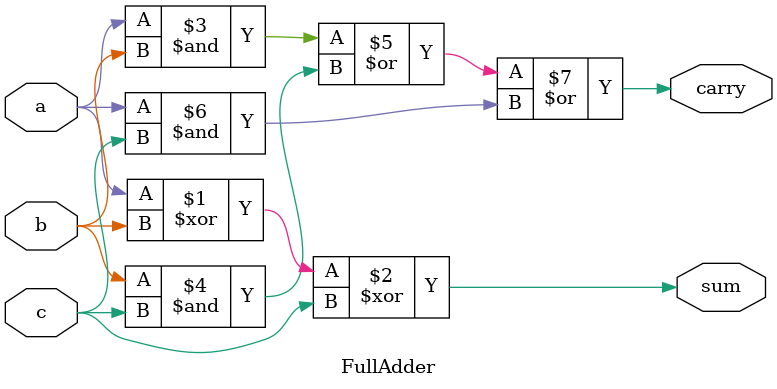
<source format=v>
/**
 * Computes the sum of three bits.
 */

`default_nettype none
module FullAdder(
	input a,		// 1 bit input
	input b,		// 1 bit input
	input c,		// 1 bit input
	output sum,		// Right bit of a + b + c
	output carry	// Left bit of a + b + c
);

	assign sum  = a ^ b ^ c;
	assign carry = (a & b) | (b & c) | (a & c);

endmodule

</source>
